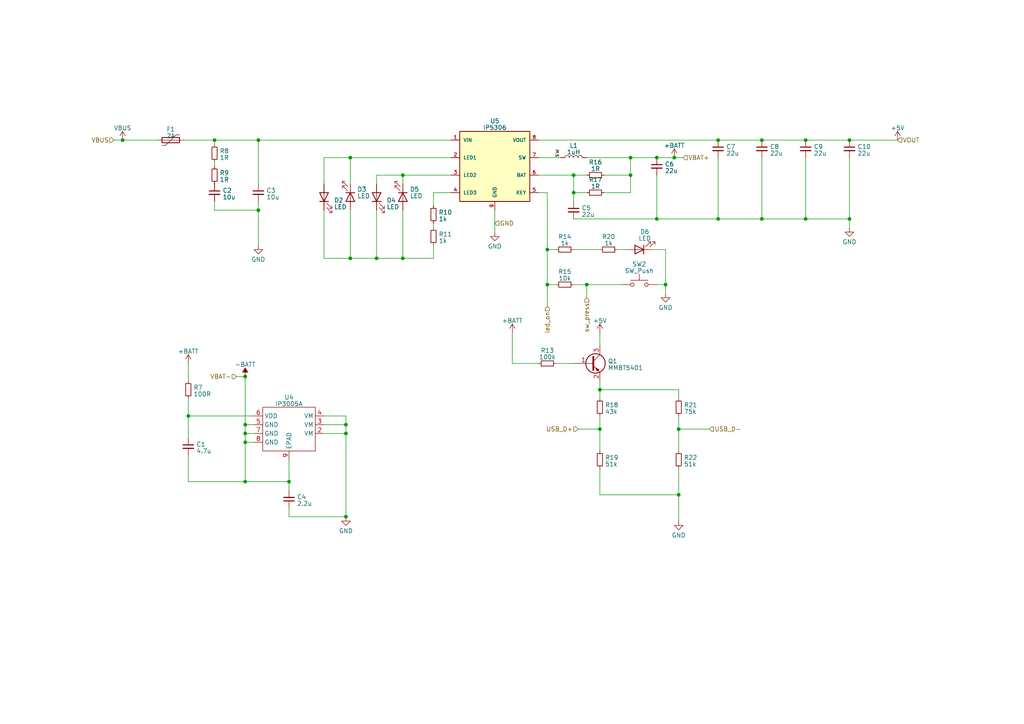
<source format=kicad_sch>
(kicad_sch (version 20230121) (generator eeschema)
  (paper "A4")
  (lib_symbols
    (symbol "Battery_Management:IP3005A"
      (property "Reference" "U" (at 0 8.89 0))
      (property "Value" "IP3005A" (at 7.62 8.89 0))
      (symbol "IP3005A_0_0"
        (pin no_connect line (at 10.16 -2.54 180) (length 2.54) hide (name "NC") (number "1"))
        (pin power_in line (at 10.16 0 180) (length 2.54) (name "VM") (number "2"))
        (pin power_in line (at 10.16 2.54 180) (length 2.54) (name "VM") (number "3"))
        (pin power_in line (at 10.16 5.08 180) (length 2.54) (name "VM") (number "4"))
        (pin power_in line (at -10.16 2.54 0) (length 2.54) (name "GND") (number "5"))
        (pin power_in line (at -10.16 5.08 0) (length 2.54) (name "VDD") (number "6"))
        (pin power_in line (at -10.16 0 0) (length 2.54) (name "GND") (number "7"))
        (pin power_in line (at -10.16 -2.54 0) (length 2.54) (name "GND") (number "8"))
        (pin power_in line (at 0 -7.62 90) (length 2.54) (name "EPAD") (number "9"))
      )
      (symbol "IP3005A_0_1"
        (rectangle (start -7.62 7.62) (end 7.62 -5.08))
      )
    )
    (symbol "Battery_Management:IP5306" (pin_names (offset 1.016))
      (property "Reference" "U2" (at 0 13.1699 0))
      (property "Value" "IP5306" (at 0 11.2489 0))
      (symbol "IP5306_0_0"
        (rectangle (start -10.16 -10.16) (end 10.16 10.16) (stroke (width 0.254)) (fill (type background)))
        (pin bidirectional line (at -12.7 7.62 0) (length 2.54) (name "VIN") (number "1"))
        (pin bidirectional line (at -12.7 2.54 0) (length 2.54) (name "LED1") (number "2"))
        (pin bidirectional line (at -12.7 -2.54 0) (length 2.54) (name "LED2") (number "3"))
        (pin bidirectional line (at -12.7 -7.62 0) (length 2.54) (name "LED3") (number "4"))
        (pin bidirectional line (at 12.7 -7.62 180) (length 2.54) (name "KEY") (number "5"))
        (pin bidirectional line (at 12.7 -2.54 180) (length 2.54) (name "BAT") (number "6"))
        (pin bidirectional line (at 12.7 2.54 180) (length 2.54) (name "SW") (number "7"))
        (pin bidirectional line (at 12.7 7.62 180) (length 2.54) (name "VOUT") (number "8"))
        (pin bidirectional line (at 0 -12.7 90) (length 2.54) (name "GND") (number "9"))
      )
    )
    (symbol "Device:C_Small" (pin_numbers hide) (pin_names (offset 0.254) hide)
      (property "Reference" "C" (at 0.254 1.778 0))
      (property "Value" "C_Small" (at 0.254 -2.032 0))
      (symbol "C_Small_0_1"
        (polyline (pts (xy -1.524 -0.508) (xy 1.524 -0.508)) (stroke (width 0.3302)))
        (polyline (pts (xy -1.524 0.508) (xy 1.524 0.508)) (stroke (width 0.3048)))
      )
      (symbol "C_Small_1_1"
        (pin passive line (at 0 2.54 270) (length 2.032) (name "~") (number "1"))
        (pin passive line (at 0 -2.54 90) (length 2.032) (name "~") (number "2"))
      )
    )
    (symbol "Device:L" (pin_numbers hide) (pin_names (offset 1.016) hide)
      (property "Reference" "L" (at -1.27 0 90))
      (property "Value" "L" (at 1.905 0 90))
      (symbol "L_0_1"
        (arc (start 0 -2.54) (mid 0.6323 -1.905) (end 0 -1.27))
        (arc (start 0 -1.27) (mid 0.6323 -0.635) (end 0 0))
        (arc (start 0 0) (mid 0.6323 0.635) (end 0 1.27))
        (arc (start 0 1.27) (mid 0.6323 1.905) (end 0 2.54))
      )
      (symbol "L_1_1"
        (pin passive line (at 0 3.81 270) (length 1.27) (name "1") (number "1"))
        (pin passive line (at 0 -3.81 90) (length 1.27) (name "2") (number "2"))
      )
    )
    (symbol "Device:LED" (pin_numbers hide) (pin_names (offset 1.016) hide)
      (property "Reference" "D" (at 0 2.54 0))
      (property "Value" "LED" (at 0 -2.54 0))
      (symbol "LED_0_1"
        (polyline (pts (xy -1.27 -1.27) (xy -1.27 1.27)) (stroke (width 0.254)))
        (polyline (pts (xy -1.27 0) (xy 1.27 0)))
        (polyline (pts (xy 1.27 -1.27) (xy 1.27 1.27) (xy -1.27 0) (xy 1.27 -1.27)) (stroke (width 0.254)))
        (polyline (pts (xy -3.048 -0.762) (xy -4.572 -2.286) (xy -3.81 -2.286) (xy -4.572 -2.286) (xy -4.572 -1.524)))
        (polyline (pts (xy -1.778 -0.762) (xy -3.302 -2.286) (xy -2.54 -2.286) (xy -3.302 -2.286) (xy -3.302 -1.524)))
      )
      (symbol "LED_1_1"
        (pin passive line (at -3.81 0 0) (length 2.54) (name "K") (number "1"))
        (pin passive line (at 3.81 0 180) (length 2.54) (name "A") (number "2"))
      )
    )
    (symbol "Device:Polyfuse" (pin_numbers hide) (pin_names (offset 0))
      (property "Reference" "F" (at -2.54 0 90))
      (property "Value" "Polyfuse" (at 2.54 0 90))
      (symbol "Polyfuse_0_1"
        (rectangle (start -0.762 2.54) (end 0.762 -2.54) (stroke (width 0.254)))
        (polyline (pts (xy 0 2.54) (xy 0 -2.54)))
        (polyline (pts (xy -1.524 2.54) (xy -1.524 1.524) (xy 1.524 -1.524) (xy 1.524 -2.54)))
      )
      (symbol "Polyfuse_1_1"
        (pin passive line (at 0 3.81 270) (length 1.27) (name "~") (number "1"))
        (pin passive line (at 0 -3.81 90) (length 1.27) (name "~") (number "2"))
      )
    )
    (symbol "Device:R_Small" (pin_numbers hide) (pin_names (offset 0.254) hide)
      (property "Reference" "R" (at 0.762 0.508 0))
      (property "Value" "R_Small" (at 0.762 -1.016 0))
      (symbol "R_Small_0_1"
        (rectangle (start -0.762 1.778) (end 0.762 -1.778) (stroke (width 0.2032)))
      )
      (symbol "R_Small_1_1"
        (pin passive line (at 0 2.54 270) (length 0.762) (name "~") (number "1"))
        (pin passive line (at 0 -2.54 90) (length 0.762) (name "~") (number "2"))
      )
    )
    (symbol "Switch:SW_Push" (pin_numbers hide) (pin_names (offset 1.016) hide)
      (property "Reference" "SW" (at 1.27 2.54 0))
      (property "Value" "SW_Push" (at 0 -1.524 0))
      (symbol "SW_Push_0_1"
        (circle (center -2.032 0) (radius 0.508))
        (polyline (pts (xy 0 1.27) (xy 0 3.048)))
        (polyline (pts (xy 2.54 1.27) (xy -2.54 1.27)))
        (circle (center 2.032 0) (radius 0.508))
        (pin passive line (at -5.08 0 0) (length 2.54) (name "1") (number "1"))
        (pin passive line (at 5.08 0 180) (length 2.54) (name "2") (number "2"))
      )
    )
    (symbol "Transistor_BJT:MMBT3906" (pin_names (offset 0) hide)
      (property "Reference" "Q" (at 5.08 1.905 0))
      (property "Value" "MMBT3906" (at 5.08 0 0))
      (symbol "MMBT3906_0_1"
        (polyline (pts (xy 0.635 0.635) (xy 2.54 2.54)))
        (polyline (pts (xy 0.635 -0.635) (xy 2.54 -2.54) (xy 2.54 -2.54)))
        (polyline (pts (xy 0.635 1.905) (xy 0.635 -1.905) (xy 0.635 -1.905)) (stroke (width 0.508)))
        (polyline (pts (xy 2.286 -1.778) (xy 1.778 -2.286) (xy 1.27 -1.27) (xy 2.286 -1.778) (xy 2.286 -1.778)) (fill (type outline)))
        (circle (center 1.27 0) (radius 2.8194) (stroke (width 0.254)))
      )
      (symbol "MMBT3906_1_1"
        (pin input line (at -5.08 0 0) (length 5.715) (name "B") (number "1"))
        (pin passive line (at 2.54 -5.08 90) (length 2.54) (name "E") (number "2"))
        (pin passive line (at 2.54 5.08 270) (length 2.54) (name "C") (number "3"))
      )
    )
    (symbol "power:+5V" (power) (pin_names (offset 0))
      (property "Value" "+5V" (at 0 3.556 0))
      (symbol "+5V_0_1"
        (polyline (pts (xy -0.762 1.27) (xy 0 2.54)))
        (polyline (pts (xy 0 0) (xy 0 2.54)))
        (polyline (pts (xy 0 2.54) (xy 0.762 1.27)))
      )
      (symbol "+5V_1_1"
        (pin power_in line (at 0 0 90) (length 0) hide (name "+5V") (number "1"))
      )
    )
    (symbol "power:+BATT" (power) (pin_names (offset 0))
      (property "Value" "+BATT" (at 0 3.556 0))
      (symbol "+BATT_0_1"
        (polyline (pts (xy -0.762 1.27) (xy 0 2.54)))
        (polyline (pts (xy 0 0) (xy 0 2.54)))
        (polyline (pts (xy 0 2.54) (xy 0.762 1.27)))
      )
      (symbol "+BATT_1_1"
        (pin power_in line (at 0 0 90) (length 0) hide (name "+BATT") (number "1"))
      )
    )
    (symbol "power:-BATT" (power) (pin_names (offset 0))
      (property "Value" "-BATT" (at 0 3.556 0))
      (symbol "-BATT_0_1"
        (polyline (pts (xy 0 0) (xy 0 2.54)))
        (polyline (pts (xy 0.762 1.27) (xy -0.762 1.27) (xy 0 2.54) (xy 0.762 1.27)) (fill (type outline)))
      )
      (symbol "-BATT_1_1"
        (pin power_in line (at 0 0 90) (length 0) hide (name "-BATT") (number "1"))
      )
    )
    (symbol "power:GND" (power) (pin_names (offset 0))
      (property "Value" "GND" (at 0 -3.81 0))
      (symbol "GND_0_1"
        (polyline (pts (xy 0 0) (xy 0 -1.27) (xy 1.27 -1.27) (xy 0 -2.54) (xy -1.27 -1.27) (xy 0 -1.27)))
      )
      (symbol "GND_1_1"
        (pin power_in line (at 0 0 270) (length 0) hide (name "GND") (number "1"))
      )
    )
    (symbol "power:VBUS" (power) (pin_names (offset 0))
      (property "Value" "VBUS" (at 0 3.81 0))
      (symbol "VBUS_0_1"
        (polyline (pts (xy -0.762 1.27) (xy 0 2.54)))
        (polyline (pts (xy 0 0) (xy 0 2.54)))
        (polyline (pts (xy 0 2.54) (xy 0.762 1.27)))
      )
      (symbol "VBUS_1_1"
        (pin power_in line (at 0 0 90) (length 0) hide (name "VBUS") (number "1"))
      )
    )
  )
  (junction (at 158.75 72.39))
  (junction (at 182.88 50.8))
  (junction (at 71.12 125.73))
  (junction (at 173.99 124.46))
  (junction (at 195.58 45.72))
  (junction (at 196.85 124.46))
  (junction (at 116.84 74.93))
  (junction (at 208.28 63.5))
  (junction (at 190.5 63.5))
  (junction (at 101.6 74.93))
  (junction (at 101.6 45.72))
  (junction (at 246.38 63.5))
  (junction (at 35.56 40.64))
  (junction (at 100.33 125.73))
  (junction (at 196.85 143.51))
  (junction (at 190.5 45.72))
  (junction (at 71.12 123.19))
  (junction (at 170.18 82.55))
  (junction (at 100.33 149.86))
  (junction (at 158.75 82.55))
  (junction (at 116.84 50.8))
  (junction (at 71.12 128.27))
  (junction (at 54.61 120.65))
  (junction (at 246.38 40.64))
  (junction (at 182.88 45.72))
  (junction (at 74.93 60.96))
  (junction (at 62.23 40.64))
  (junction (at 71.12 139.7))
  (junction (at 109.22 74.93))
  (junction (at 208.28 40.64))
  (junction (at 233.68 63.5))
  (junction (at 166.37 55.88))
  (junction (at 220.98 40.64))
  (junction (at 173.99 113.03))
  (junction (at 220.98 63.5))
  (junction (at 83.82 139.7))
  (junction (at 193.04 82.55))
  (junction (at 100.33 123.19))
  (junction (at 71.12 109.22))
  (junction (at 74.93 40.64))
  (junction (at 166.37 50.8))
  (junction (at 233.68 40.64))
  (wire (pts (xy 246.38 40.64) (xy 260.35 40.64)))
  (wire (pts (xy 193.04 82.55) (xy 190.5 82.55)))
  (wire (pts (xy 116.84 50.8) (xy 130.81 50.8)))
  (wire (pts (xy 173.99 113.03) (xy 173.99 115.57)))
  (wire (pts (xy 71.12 128.27) (xy 73.66 128.27)))
  (wire (pts (xy 196.85 124.46) (xy 196.85 120.65)))
  (wire (pts (xy 175.26 55.88) (xy 182.88 55.88)))
  (wire (pts (xy 220.98 40.64) (xy 233.68 40.64)))
  (wire (pts (xy 74.93 60.96) (xy 74.93 58.42)))
  (wire (pts (xy 109.22 53.34) (xy 109.22 50.8)))
  (wire (pts (xy 71.12 109.22) (xy 71.12 123.19)))
  (wire (pts (xy 54.61 139.7) (xy 71.12 139.7)))
  (wire (pts (xy 101.6 45.72) (xy 130.81 45.72)))
  (wire (pts (xy 54.61 105.41) (xy 54.61 110.49)))
  (wire (pts (xy 173.99 110.49) (xy 173.99 113.03)))
  (wire (pts (xy 208.28 63.5) (xy 220.98 63.5)))
  (wire (pts (xy 62.23 60.96) (xy 74.93 60.96)))
  (wire (pts (xy 193.04 72.39) (xy 193.04 82.55)))
  (wire (pts (xy 109.22 60.96) (xy 109.22 74.93)))
  (wire (pts (xy 100.33 123.19) (xy 100.33 120.65)))
  (wire (pts (xy 158.75 82.55) (xy 158.75 88.9)))
  (wire (pts (xy 109.22 74.93) (xy 116.84 74.93)))
  (wire (pts (xy 161.29 105.41) (xy 166.37 105.41)))
  (wire (pts (xy 173.99 135.89) (xy 173.99 143.51)))
  (wire (pts (xy 93.98 60.96) (xy 93.98 74.93)))
  (wire (pts (xy 109.22 50.8) (xy 116.84 50.8)))
  (wire (pts (xy 83.82 147.32) (xy 83.82 149.86)))
  (wire (pts (xy 173.99 120.65) (xy 173.99 124.46)))
  (wire (pts (xy 166.37 72.39) (xy 173.99 72.39)))
  (wire (pts (xy 71.12 125.73) (xy 73.66 125.73)))
  (wire (pts (xy 233.68 45.72) (xy 233.68 63.5)))
  (wire (pts (xy 189.23 72.39) (xy 193.04 72.39)))
  (wire (pts (xy 73.66 120.65) (xy 54.61 120.65)))
  (wire (pts (xy 68.58 109.22) (xy 71.12 109.22)))
  (wire (pts (xy 54.61 120.65) (xy 54.61 115.57)))
  (wire (pts (xy 148.59 105.41) (xy 156.21 105.41)))
  (wire (pts (xy 101.6 45.72) (xy 93.98 45.72)))
  (wire (pts (xy 166.37 50.8) (xy 166.37 55.88)))
  (wire (pts (xy 158.75 82.55) (xy 161.29 82.55)))
  (wire (pts (xy 71.12 128.27) (xy 71.12 139.7)))
  (wire (pts (xy 190.5 50.8) (xy 190.5 63.5)))
  (wire (pts (xy 74.93 60.96) (xy 74.93 71.12)))
  (wire (pts (xy 156.21 50.8) (xy 166.37 50.8)))
  (wire (pts (xy 170.18 45.72) (xy 182.88 45.72)))
  (wire (pts (xy 166.37 82.55) (xy 170.18 82.55)))
  (wire (pts (xy 83.82 149.86) (xy 100.33 149.86)))
  (wire (pts (xy 53.34 40.64) (xy 62.23 40.64)))
  (wire (pts (xy 62.23 46.99) (xy 62.23 48.26)))
  (wire (pts (xy 166.37 50.8) (xy 170.18 50.8)))
  (wire (pts (xy 190.5 63.5) (xy 208.28 63.5)))
  (wire (pts (xy 166.37 63.5) (xy 190.5 63.5)))
  (wire (pts (xy 148.59 96.52) (xy 148.59 105.41)))
  (wire (pts (xy 173.99 100.33) (xy 173.99 96.52)))
  (wire (pts (xy 71.12 125.73) (xy 71.12 128.27)))
  (wire (pts (xy 125.73 66.04) (xy 125.73 64.77)))
  (wire (pts (xy 156.21 40.64) (xy 208.28 40.64)))
  (wire (pts (xy 156.21 45.72) (xy 162.56 45.72)))
  (wire (pts (xy 220.98 63.5) (xy 233.68 63.5)))
  (wire (pts (xy 161.29 72.39) (xy 158.75 72.39)))
  (wire (pts (xy 208.28 40.64) (xy 220.98 40.64)))
  (wire (pts (xy 182.88 45.72) (xy 182.88 50.8)))
  (wire (pts (xy 71.12 123.19) (xy 73.66 123.19)))
  (wire (pts (xy 62.23 40.64) (xy 74.93 40.64)))
  (wire (pts (xy 116.84 60.96) (xy 116.84 74.93)))
  (wire (pts (xy 156.21 55.88) (xy 158.75 55.88)))
  (wire (pts (xy 196.85 124.46) (xy 205.74 124.46)))
  (wire (pts (xy 170.18 82.55) (xy 180.34 82.55)))
  (wire (pts (xy 233.68 63.5) (xy 246.38 63.5)))
  (wire (pts (xy 220.98 45.72) (xy 220.98 63.5)))
  (wire (pts (xy 196.85 143.51) (xy 196.85 135.89)))
  (wire (pts (xy 93.98 123.19) (xy 100.33 123.19)))
  (wire (pts (xy 166.37 55.88) (xy 166.37 58.42)))
  (wire (pts (xy 179.07 72.39) (xy 181.61 72.39)))
  (wire (pts (xy 158.75 72.39) (xy 158.75 82.55)))
  (wire (pts (xy 100.33 125.73) (xy 100.33 123.19)))
  (wire (pts (xy 54.61 132.08) (xy 54.61 139.7)))
  (wire (pts (xy 83.82 133.35) (xy 83.82 139.7)))
  (wire (pts (xy 170.18 55.88) (xy 166.37 55.88)))
  (wire (pts (xy 62.23 40.64) (xy 62.23 41.91)))
  (wire (pts (xy 83.82 142.24) (xy 83.82 139.7)))
  (wire (pts (xy 125.73 55.88) (xy 130.81 55.88)))
  (wire (pts (xy 35.56 40.64) (xy 45.72 40.64)))
  (wire (pts (xy 190.5 45.72) (xy 195.58 45.72)))
  (wire (pts (xy 173.99 143.51) (xy 196.85 143.51)))
  (wire (pts (xy 196.85 115.57) (xy 196.85 113.03)))
  (wire (pts (xy 116.84 53.34) (xy 116.84 50.8)))
  (wire (pts (xy 100.33 149.86) (xy 100.33 125.73)))
  (wire (pts (xy 233.68 40.64) (xy 246.38 40.64)))
  (wire (pts (xy 246.38 45.72) (xy 246.38 63.5)))
  (wire (pts (xy 143.51 67.31) (xy 143.51 60.96)))
  (wire (pts (xy 182.88 55.88) (xy 182.88 50.8)))
  (wire (pts (xy 182.88 50.8) (xy 175.26 50.8)))
  (wire (pts (xy 71.12 123.19) (xy 71.12 125.73)))
  (wire (pts (xy 195.58 45.72) (xy 198.12 45.72)))
  (wire (pts (xy 173.99 124.46) (xy 173.99 130.81)))
  (wire (pts (xy 196.85 113.03) (xy 173.99 113.03)))
  (wire (pts (xy 170.18 82.55) (xy 170.18 86.36)))
  (wire (pts (xy 101.6 74.93) (xy 109.22 74.93)))
  (wire (pts (xy 246.38 66.04) (xy 246.38 63.5)))
  (wire (pts (xy 167.64 124.46) (xy 173.99 124.46)))
  (wire (pts (xy 101.6 45.72) (xy 101.6 53.34)))
  (wire (pts (xy 196.85 143.51) (xy 196.85 151.13)))
  (wire (pts (xy 125.73 59.69) (xy 125.73 55.88)))
  (wire (pts (xy 62.23 58.42) (xy 62.23 60.96)))
  (wire (pts (xy 101.6 60.96) (xy 101.6 74.93)))
  (wire (pts (xy 158.75 55.88) (xy 158.75 72.39)))
  (wire (pts (xy 182.88 45.72) (xy 190.5 45.72)))
  (wire (pts (xy 54.61 127) (xy 54.61 120.65)))
  (wire (pts (xy 93.98 125.73) (xy 100.33 125.73)))
  (wire (pts (xy 100.33 120.65) (xy 93.98 120.65)))
  (wire (pts (xy 196.85 130.81) (xy 196.85 124.46)))
  (wire (pts (xy 93.98 45.72) (xy 93.98 53.34)))
  (wire (pts (xy 71.12 139.7) (xy 83.82 139.7)))
  (wire (pts (xy 74.93 40.64) (xy 74.93 53.34)))
  (wire (pts (xy 101.6 74.93) (xy 93.98 74.93)))
  (wire (pts (xy 125.73 74.93) (xy 125.73 71.12)))
  (wire (pts (xy 116.84 74.93) (xy 125.73 74.93)))
  (wire (pts (xy 130.81 40.64) (xy 74.93 40.64)))
  (wire (pts (xy 193.04 85.09) (xy 193.04 82.55)))
  (wire (pts (xy 208.28 45.72) (xy 208.28 63.5)))
  (wire (pts (xy 33.02 40.64) (xy 35.56 40.64)))
  (label "sw" (at 162.56 45.72 90))
  (hierarchical_label "GND" (shape input) (at 143.51 64.77 0))
  (hierarchical_label "VBAT+" (shape input) (at 198.12 45.72 0))
  (hierarchical_label "USB_D-" (shape input) (at 205.74 124.46 0))
  (hierarchical_label "sw_press" (shape input) (at 170.18 86.36 270))
  (hierarchical_label "VBAT-" (shape input) (at 68.58 109.22 180))
  (hierarchical_label "VBUS" (shape input) (at 33.02 40.64 180))
  (hierarchical_label "led_on" (shape input) (at 158.75 88.9 270))
  (hierarchical_label "VOUT" (shape input) (at 260.35 40.64 0))
  (hierarchical_label "USB_D+" (shape input) (at 167.64 124.46 180))
  (symbol (lib_id "power:VBUS") (at 35.56 40.64 0) (unit 1)
    (property "Reference" "#PWR025" (effects hide))
    (property "Value" "VBUS" (at 35.56 37.1381 0))
  )
  (symbol (lib_id "Device:C_Small") (at 220.98 43.18 0) (unit 1)
    (property "Reference" "C8" (at 223.3041 42.5426 0) (effects (justify left)))
    (property "Value" "22u" (at 223.3041 44.4636 0) (effects (justify left)))
    (property "Footprint" "Capacitor_SMD:C_0805_2012Metric" (effects hide))
    (property "LCSC" "C45783" (effects hide))
    (property "Part" "CL21A226MAQNNNE" (effects hide))
  )
  (symbol (lib_id "Transistor_BJT:MMBT3906") (at 171.45 105.41 0) (unit 1)
    (property "Reference" "Q1" (at 176.3014 104.7663 0) (effects (justify left)))
    (property "Value" "MMBT5401" (at 176.3014 106.6873 0) (effects (justify left)))
    (property "Footprint" "Package_TO_SOT_SMD:SOT-23" (effects hide))
    (property "Datasheet" "https://www.onsemi.com/pub/Collateral/2N3906-D.PDF" (effects hide))
    (property "LCSC" "C8326" (effects hide))
    (property "Part" "MMBT5401" (effects hide))
  )
  (symbol (lib_id "Device:R_Small") (at 62.23 50.8 180) (unit 1)
    (property "Reference" "R9" (at 63.7286 50.1563 0) (effects (justify right)))
    (property "Value" "1R" (at 63.7286 52.0773 0) (effects (justify right)))
    (property "Footprint" "Resistor_SMD:R_0603_1608Metric" (effects hide))
    (property "LCSC" "C22936" (effects hide))
    (property "Part" "0805W8F100KT5E" (effects hide))
  )
  (symbol (lib_id "Device:R_Small") (at 54.61 113.03 180) (unit 1)
    (property "Reference" "R7" (at 56.1086 112.3863 0) (effects (justify right)))
    (property "Value" "100R" (at 56.1086 114.3073 0) (effects (justify right)))
    (property "Footprint" "Resistor_SMD:R_0603_1608Metric" (effects hide))
    (property "LCSC" "C22775" (effects hide))
    (property "Part" "0805W8F1000T5E" (effects hide))
  )
  (symbol (lib_id "Device:LED") (at 109.22 57.15 90) (unit 1)
    (property "Reference" "D4" (at 112.141 58.0938 90) (effects (justify right)))
    (property "Value" "LED" (at 112.141 60.0148 90) (effects (justify right)))
    (property "Footprint" "LED_SMD:LED_0603_1608Metric" (effects hide))
    (property "LCSC" "C72043" (effects hide))
    (property "Part" "C34499" (effects hide))
  )
  (symbol (lib_id "power:+BATT") (at 148.59 96.52 0) (unit 1)
    (property "Reference" "#PWR031" (effects hide))
    (property "Value" "+BATT" (at 148.59 93.0181 0))
  )
  (symbol (lib_id "Device:R_Small") (at 125.73 68.58 180) (unit 1)
    (property "Reference" "R11" (at 127.2286 67.9363 0) (effects (justify right)))
    (property "Value" "1k" (at 127.2286 69.8573 0) (effects (justify right)))
    (property "Footprint" "Resistor_SMD:R_0603_1608Metric" (effects hide))
    (property "LCSC" "C21190" (effects hide))
    (property "Part" "0805W8F2001T5E" (effects hide))
  )
  (symbol (lib_id "Device:C_Small") (at 62.23 55.88 0) (unit 1)
    (property "Reference" "C2" (at 64.5541 55.2426 0) (effects (justify left)))
    (property "Value" "10u" (at 64.5541 57.1636 0) (effects (justify left)))
    (property "Footprint" "Capacitor_SMD:C_0805_2012Metric" (effects hide))
    (property "LCSC" "C440198" (effects hide))
    (property "Part" "GRM21BR61H106KE43L" (effects hide))
  )
  (symbol (lib_id "Device:R_Small") (at 163.83 72.39 90) (unit 1)
    (property "Reference" "R14" (at 163.83 68.6435 90))
    (property "Value" "1k" (at 163.83 70.5645 90))
    (property "Footprint" "Resistor_SMD:R_0603_1608Metric" (effects hide))
    (property "LCSC" "C21190" (effects hide))
    (property "Part" "0805W8F2001T5E" (effects hide))
  )
  (symbol (lib_id "power:-BATT") (at 71.12 109.22 0) (unit 1)
    (property "Reference" "#PWR027" (effects hide))
    (property "Value" "-BATT" (at 71.12 105.7181 0))
  )
  (symbol (lib_id "Device:R_Small") (at 173.99 118.11 0) (unit 1)
    (property "Reference" "R18" (at 175.4886 117.4663 0) (effects (justify left)))
    (property "Value" "43k" (at 175.4886 119.3873 0) (effects (justify left)))
    (property "Footprint" "Resistor_SMD:R_0603_1608Metric" (effects hide))
    (property "LCSC" "C23172" (effects hide))
    (property "Part" "0805W8F4302T5E" (effects hide))
  )
  (symbol (lib_id "Device:R_Small") (at 172.72 55.88 90) (unit 1)
    (property "Reference" "R17" (at 172.72 52.1335 90))
    (property "Value" "1R" (at 172.72 54.0545 90))
    (property "Footprint" "Resistor_SMD:R_0603_1608Metric" (effects hide))
    (property "LCSC" "C22936" (effects hide))
    (property "Part" "0805W8F100KT5E" (effects hide))
  )
  (symbol (lib_id "Device:R_Small") (at 163.83 82.55 90) (unit 1)
    (property "Reference" "R15" (at 163.83 78.8035 90))
    (property "Value" "10k" (at 163.83 80.7245 90))
    (property "Footprint" "Resistor_SMD:R_0603_1608Metric" (effects hide))
    (property "LCSC" "C25804" (effects hide))
    (property "Part" "0805W8F1002T5E" (effects hide))
  )
  (symbol (lib_id "Device:R_Small") (at 62.23 44.45 180) (unit 1)
    (property "Reference" "R8" (at 63.7286 43.8063 0) (effects (justify right)))
    (property "Value" "1R" (at 63.7286 45.7273 0) (effects (justify right)))
    (property "Footprint" "Resistor_SMD:R_0603_1608Metric" (effects hide))
    (property "LCSC" "C22936" (effects hide))
    (property "Part" "0805W8F100KT5E" (effects hide))
  )
  (symbol (lib_id "power:+BATT") (at 54.61 105.41 0) (unit 1)
    (property "Reference" "#PWR026" (effects hide))
    (property "Value" "+BATT" (at 54.61 101.9081 0))
  )
  (symbol (lib_id "Battery_Management:IP5306") (at 143.51 48.26 0) (unit 1)
    (property "Reference" "U5" (at 143.51 35.0901 0))
    (property "Value" "IP5306" (at 143.51 37.0111 0))
    (property "Footprint" "Package_SO:Diodes_PSOP-8" (effects hide))
    (property "LCSC" "C181692" (effects hide))
    (property "Part" "IP5306" (effects hide))
  )
  (symbol (lib_id "Device:Polyfuse") (at 49.53 40.64 90) (unit 1)
    (property "Reference" "F1" (at 49.53 37.5031 90))
    (property "Value" "2A" (at 49.53 39.4241 90))
    (property "Footprint" "Resistor_SMD:R_0805_2012Metric" (effects hide))
    (property "LCSC" "C2757931" (effects hide))
    (property "Part" "BSMD0805L-200" (effects hide))
  )
  (symbol (lib_id "Device:C_Small") (at 166.37 60.96 0) (unit 1)
    (property "Reference" "C5" (at 168.6941 60.3226 0) (effects (justify left)))
    (property "Value" "22u" (at 168.6941 62.2436 0) (effects (justify left)))
    (property "Footprint" "Capacitor_SMD:C_0805_2012Metric" (effects hide))
    (property "LCSC" "C45783" (effects hide))
    (property "Part" "CL21A226MAQNNNE" (effects hide))
  )
  (symbol (lib_id "Device:R_Small") (at 196.85 133.35 0) (unit 1)
    (property "Reference" "R22" (at 198.3486 132.7063 0) (effects (justify left)))
    (property "Value" "51k" (at 198.3486 134.6273 0) (effects (justify left)))
    (property "Footprint" "Resistor_SMD:R_0603_1608Metric" (effects hide))
    (property "LCSC" "C23196" (effects hide))
    (property "Part" "0805W8F5102T5E" (effects hide))
  )
  (symbol (lib_id "Device:R_Small") (at 125.73 62.23 180) (unit 1)
    (property "Reference" "R10" (at 127.2286 61.5863 0) (effects (justify right)))
    (property "Value" "1k" (at 127.2286 63.5073 0) (effects (justify right)))
    (property "Footprint" "Resistor_SMD:R_0603_1608Metric" (effects hide))
    (property "LCSC" "C21190" (effects hide))
    (property "Part" "0805W8F2001T5E" (effects hide))
  )
  (symbol (lib_id "Device:R_Small") (at 172.72 50.8 90) (unit 1)
    (property "Reference" "R16" (at 172.72 47.0535 90))
    (property "Value" "1R" (at 172.72 48.9745 90))
    (property "Footprint" "Resistor_SMD:R_0603_1608Metric" (effects hide))
    (property "LCSC" "C22936" (effects hide))
    (property "Part" "0805W8F100KT5E" (effects hide))
  )
  (symbol (lib_id "Switch:SW_Push") (at 185.42 82.55 0) (unit 1)
    (property "Reference" "SW2" (at 185.42 76.6191 0))
    (property "Value" "SW_Push" (at 185.42 78.5401 0))
    (property "Footprint" "Button_Switch_SMD:ShouHan_TS24CA" (effects hide))
    (property "LCSC" "C393942" (effects hide))
    (property "Part" "TS24CA" (effects hide))
  )
  (symbol (lib_id "Device:L") (at 166.37 45.72 90) (unit 1)
    (property "Reference" "L1" (at 166.37 42.2047 90))
    (property "Value" "1uH" (at 166.37 44.1257 90))
    (property "Footprint" "Inductor_SMD:L_Sunlord_SWPA4020S" (effects hide))
    (property "LCSC" "C91254" (effects hide))
    (property "Part" "SWPA4020S1R0NT" (effects hide))
  )
  (symbol (lib_id "power:+5V") (at 173.99 96.52 0) (unit 1)
    (property "Reference" "#PWR032" (effects hide))
    (property "Value" "+5V" (at 173.99 93.0181 0))
  )
  (symbol (lib_id "Device:C_Small") (at 54.61 129.54 0) (unit 1)
    (property "Reference" "C1" (at 56.9341 128.9026 0) (effects (justify left)))
    (property "Value" "4.7u" (at 56.9341 130.8236 0) (effects (justify left)))
    (property "Footprint" "Capacitor_SMD:C_0805_2012Metric" (effects hide))
    (property "LCSC" "C1779" (effects hide))
    (property "Part" "CL21A475KAQNNNE" (effects hide))
  )
  (symbol (lib_id "power:GND") (at 143.51 67.31 0) (unit 1)
    (property "Reference" "#PWR030" (effects hide))
    (property "Value" "GND" (at 143.51 71.4455 0))
  )
  (symbol (lib_id "Device:R_Small") (at 158.75 105.41 90) (unit 1)
    (property "Reference" "R13" (at 158.75 101.6635 90))
    (property "Value" "100k" (at 158.75 103.5845 90))
    (property "Footprint" "Resistor_SMD:R_0603_1608Metric" (effects hide))
    (property "LCSC" "C25803" (effects hide))
    (property "Part" "0805W8F1003T5E" (effects hide))
  )
  (symbol (lib_id "power:GND") (at 246.38 66.04 0) (unit 1)
    (property "Reference" "#PWR036" (effects hide))
    (property "Value" "GND" (at 246.38 70.1755 0))
  )
  (symbol (lib_id "Battery_Management:IP3005A") (at 83.82 125.73 0) (unit 1)
    (property "Reference" "U4" (at 83.82 115.2271 0))
    (property "Value" "IP3005A" (at 83.82 117.1481 0))
    (property "Footprint" "Package_SO:Diodes_PSOP-8" (effects hide))
    (property "Datasheet" "https://datasheet.lcsc.com/lcsc/1810191214_INJOINIC-IP3005A_C181685.pdf" (effects hide))
    (property "LCSC" "C181685" (effects hide))
    (property "Part" "IP3005A" (effects hide))
  )
  (symbol (lib_id "Device:LED") (at 116.84 57.15 270) (unit 1)
    (property "Reference" "D5" (at 118.872 54.9188 90) (effects (justify left)))
    (property "Value" "LED" (at 118.872 56.8398 90) (effects (justify left)))
    (property "Footprint" "LED_SMD:LED_0603_1608Metric" (effects hide))
    (property "LCSC" "C72043" (effects hide))
    (property "Part" "C34499" (effects hide))
  )
  (symbol (lib_id "Device:C_Small") (at 74.93 55.88 0) (unit 1)
    (property "Reference" "C3" (at 77.2541 55.2426 0) (effects (justify left)))
    (property "Value" "10u" (at 77.2541 57.1636 0) (effects (justify left)))
    (property "Footprint" "Capacitor_SMD:C_0805_2012Metric" (effects hide))
    (property "LCSC" "C440198" (effects hide))
    (property "Part" "GRM21BR61H106KE43L" (effects hide))
  )
  (symbol (lib_id "Device:C_Small") (at 83.82 144.78 180) (unit 1)
    (property "Reference" "C4" (at 86.1441 144.1299 0) (effects (justify right)))
    (property "Value" "2.2u" (at 86.1441 146.0509 0) (effects (justify right)))
    (property "Footprint" "Capacitor_SMD:C_0805_2012Metric" (effects hide))
    (property "LCSC" "C49217" (effects hide))
    (property "Part" "0805F225M500NT" (effects hide))
  )
  (symbol (lib_id "Device:LED") (at 93.98 57.15 90) (unit 1)
    (property "Reference" "D2" (at 96.901 58.0938 90) (effects (justify right)))
    (property "Value" "LED" (at 96.901 60.0148 90) (effects (justify right)))
    (property "Footprint" "LED_SMD:LED_0603_1608Metric" (effects hide))
    (property "LCSC" "C72043" (effects hide))
    (property "Part" "C34499" (effects hide))
  )
  (symbol (lib_id "power:GND") (at 193.04 85.09 0) (unit 1)
    (property "Reference" "#PWR033" (effects hide))
    (property "Value" "GND" (at 193.04 89.2255 0))
  )
  (symbol (lib_id "Device:C_Small") (at 246.38 43.18 0) (unit 1)
    (property "Reference" "C10" (at 248.7041 42.5426 0) (effects (justify left)))
    (property "Value" "22u" (at 248.7041 44.4636 0) (effects (justify left)))
    (property "Footprint" "Capacitor_SMD:C_0805_2012Metric" (effects hide))
    (property "LCSC" "C45783" (effects hide))
    (property "Part" "CL21A226MAQNNNE" (effects hide))
  )
  (symbol (lib_id "Device:C_Small") (at 190.5 48.26 0) (unit 1)
    (property "Reference" "C6" (at 192.8241 47.6226 0) (effects (justify left)))
    (property "Value" "22u" (at 192.8241 49.5436 0) (effects (justify left)))
    (property "Footprint" "Capacitor_SMD:C_0805_2012Metric" (effects hide))
    (property "LCSC" "C45783" (effects hide))
    (property "Part" "CL21A226MAQNNNE" (effects hide))
  )
  (symbol (lib_id "Device:LED") (at 185.42 72.39 180) (unit 1)
    (property "Reference" "D6" (at 187.0075 67.2211 0))
    (property "Value" "LED" (at 187.0075 69.1421 0))
    (property "Footprint" "LED_SMD:LED_0603_1608Metric" (effects hide))
    (property "LCSC" "C72043" (effects hide))
    (property "Part" "C34499" (effects hide))
  )
  (symbol (lib_id "Device:R_Small") (at 176.53 72.39 90) (unit 1)
    (property "Reference" "R20" (at 176.53 68.6435 90))
    (property "Value" "1k" (at 176.53 70.5645 90))
    (property "Footprint" "Resistor_SMD:R_0603_1608Metric" (effects hide))
    (property "LCSC" "C21190" (effects hide))
    (property "Part" "0805W8F2001T5E" (effects hide))
  )
  (symbol (lib_id "power:+5V") (at 260.35 40.64 0) (unit 1)
    (property "Reference" "#PWR037" (effects hide))
    (property "Value" "+5V" (at 260.35 37.1381 0))
  )
  (symbol (lib_id "power:GND") (at 74.93 71.12 0) (unit 1)
    (property "Reference" "#PWR028" (effects hide))
    (property "Value" "GND" (at 74.93 75.2555 0))
  )
  (symbol (lib_id "Device:R_Small") (at 173.99 133.35 0) (unit 1)
    (property "Reference" "R19" (at 175.4886 132.7063 0) (effects (justify left)))
    (property "Value" "51k" (at 175.4886 134.6273 0) (effects (justify left)))
    (property "Footprint" "Resistor_SMD:R_0603_1608Metric" (effects hide))
    (property "LCSC" "C23196" (effects hide))
    (property "Part" "0805W8F5102T5E" (effects hide))
  )
  (symbol (lib_id "Device:LED") (at 101.6 57.15 270) (unit 1)
    (property "Reference" "D3" (at 103.632 54.9188 90) (effects (justify left)))
    (property "Value" "LED" (at 103.632 56.8398 90) (effects (justify left)))
    (property "Footprint" "LED_SMD:LED_0603_1608Metric" (effects hide))
    (property "LCSC" "C72043" (effects hide))
    (property "Part" "C34499" (effects hide))
  )
  (symbol (lib_id "power:GND") (at 196.85 151.13 0) (unit 1)
    (property "Reference" "#PWR035" (effects hide))
    (property "Value" "GND" (at 196.85 155.2655 0))
  )
  (symbol (lib_id "Device:R_Small") (at 196.85 118.11 0) (unit 1)
    (property "Reference" "R21" (at 198.3486 117.4663 0) (effects (justify left)))
    (property "Value" "75k" (at 198.3486 119.3873 0) (effects (justify left)))
    (property "Footprint" "Resistor_SMD:R_0603_1608Metric" (effects hide))
    (property "LCSC" "C23242" (effects hide))
    (property "Part" "0805W8F7502T5E" (effects hide))
  )
  (symbol (lib_id "Device:C_Small") (at 233.68 43.18 0) (unit 1)
    (property "Reference" "C9" (at 236.0041 42.5426 0) (effects (justify left)))
    (property "Value" "22u" (at 236.0041 44.4636 0) (effects (justify left)))
    (property "Footprint" "Capacitor_SMD:C_0805_2012Metric" (effects hide))
    (property "LCSC" "C45783" (effects hide))
    (property "Part" "CL21A226MAQNNNE" (effects hide))
  )
  (symbol (lib_id "power:+BATT") (at 195.58 45.72 0) (unit 1)
    (property "Reference" "#PWR034" (effects hide))
    (property "Value" "+BATT" (at 195.58 42.2181 0))
  )
  (symbol (lib_id "power:GND") (at 100.33 149.86 0) (unit 1)
    (property "Reference" "#PWR029" (effects hide))
    (property "Value" "GND" (at 100.33 153.9955 0))
  )
  (symbol (lib_id "Device:C_Small") (at 208.28 43.18 0) (unit 1)
    (property "Reference" "C7" (at 210.6041 42.5426 0) (effects (justify left)))
    (property "Value" "22u" (at 210.6041 44.4636 0) (effects (justify left)))
    (property "Footprint" "Capacitor_SMD:C_0805_2012Metric" (effects hide))
    (property "LCSC" "C45783" (effects hide))
    (property "Part" "CL21A226MAQNNNE" (effects hide))
  )
)
</source>
